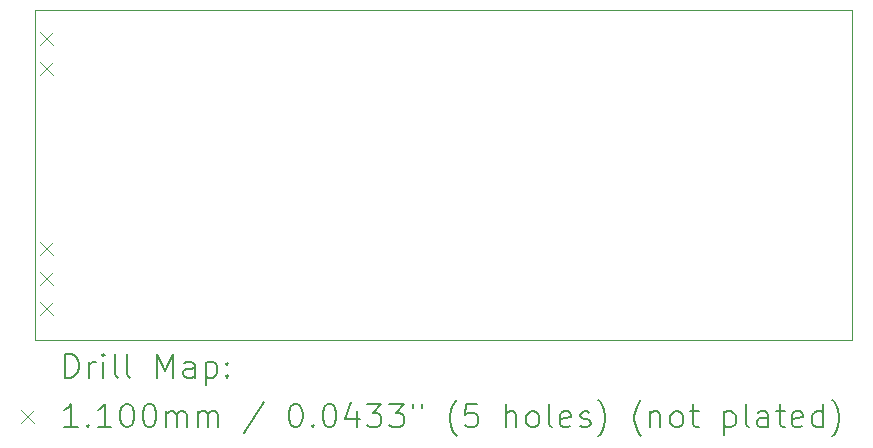
<source format=gbr>
%TF.GenerationSoftware,KiCad,Pcbnew,8.0.2-1*%
%TF.CreationDate,2025-02-23T00:33:40-05:00*%
%TF.ProjectId,RGB Clock Controller,52474220-436c-46f6-936b-20436f6e7472,rev?*%
%TF.SameCoordinates,Original*%
%TF.FileFunction,Drillmap*%
%TF.FilePolarity,Positive*%
%FSLAX45Y45*%
G04 Gerber Fmt 4.5, Leading zero omitted, Abs format (unit mm)*
G04 Created by KiCad (PCBNEW 8.0.2-1) date 2025-02-23 00:33:40*
%MOMM*%
%LPD*%
G01*
G04 APERTURE LIST*
%ADD10C,0.050000*%
%ADD11C,0.200000*%
%ADD12C,0.110000*%
G04 APERTURE END LIST*
D10*
X5842000Y-5651500D02*
X12763500Y-5651500D01*
X12763500Y-8445500D01*
X5842000Y-8445500D01*
X5842000Y-5651500D01*
D11*
D12*
X5888600Y-5837800D02*
X5998600Y-5947800D01*
X5998600Y-5837800D02*
X5888600Y-5947800D01*
X5888600Y-6091800D02*
X5998600Y-6201800D01*
X5998600Y-6091800D02*
X5888600Y-6201800D01*
X5888600Y-7615800D02*
X5998600Y-7725800D01*
X5998600Y-7615800D02*
X5888600Y-7725800D01*
X5888600Y-7869800D02*
X5998600Y-7979800D01*
X5998600Y-7869800D02*
X5888600Y-7979800D01*
X5888600Y-8123800D02*
X5998600Y-8233800D01*
X5998600Y-8123800D02*
X5888600Y-8233800D01*
D11*
X6100277Y-8759484D02*
X6100277Y-8559484D01*
X6100277Y-8559484D02*
X6147896Y-8559484D01*
X6147896Y-8559484D02*
X6176467Y-8569008D01*
X6176467Y-8569008D02*
X6195515Y-8588055D01*
X6195515Y-8588055D02*
X6205039Y-8607103D01*
X6205039Y-8607103D02*
X6214562Y-8645198D01*
X6214562Y-8645198D02*
X6214562Y-8673770D01*
X6214562Y-8673770D02*
X6205039Y-8711865D01*
X6205039Y-8711865D02*
X6195515Y-8730912D01*
X6195515Y-8730912D02*
X6176467Y-8749960D01*
X6176467Y-8749960D02*
X6147896Y-8759484D01*
X6147896Y-8759484D02*
X6100277Y-8759484D01*
X6300277Y-8759484D02*
X6300277Y-8626150D01*
X6300277Y-8664246D02*
X6309801Y-8645198D01*
X6309801Y-8645198D02*
X6319324Y-8635674D01*
X6319324Y-8635674D02*
X6338372Y-8626150D01*
X6338372Y-8626150D02*
X6357420Y-8626150D01*
X6424086Y-8759484D02*
X6424086Y-8626150D01*
X6424086Y-8559484D02*
X6414562Y-8569008D01*
X6414562Y-8569008D02*
X6424086Y-8578531D01*
X6424086Y-8578531D02*
X6433610Y-8569008D01*
X6433610Y-8569008D02*
X6424086Y-8559484D01*
X6424086Y-8559484D02*
X6424086Y-8578531D01*
X6547896Y-8759484D02*
X6528848Y-8749960D01*
X6528848Y-8749960D02*
X6519324Y-8730912D01*
X6519324Y-8730912D02*
X6519324Y-8559484D01*
X6652658Y-8759484D02*
X6633610Y-8749960D01*
X6633610Y-8749960D02*
X6624086Y-8730912D01*
X6624086Y-8730912D02*
X6624086Y-8559484D01*
X6881229Y-8759484D02*
X6881229Y-8559484D01*
X6881229Y-8559484D02*
X6947896Y-8702341D01*
X6947896Y-8702341D02*
X7014562Y-8559484D01*
X7014562Y-8559484D02*
X7014562Y-8759484D01*
X7195515Y-8759484D02*
X7195515Y-8654722D01*
X7195515Y-8654722D02*
X7185991Y-8635674D01*
X7185991Y-8635674D02*
X7166943Y-8626150D01*
X7166943Y-8626150D02*
X7128848Y-8626150D01*
X7128848Y-8626150D02*
X7109801Y-8635674D01*
X7195515Y-8749960D02*
X7176467Y-8759484D01*
X7176467Y-8759484D02*
X7128848Y-8759484D01*
X7128848Y-8759484D02*
X7109801Y-8749960D01*
X7109801Y-8749960D02*
X7100277Y-8730912D01*
X7100277Y-8730912D02*
X7100277Y-8711865D01*
X7100277Y-8711865D02*
X7109801Y-8692817D01*
X7109801Y-8692817D02*
X7128848Y-8683293D01*
X7128848Y-8683293D02*
X7176467Y-8683293D01*
X7176467Y-8683293D02*
X7195515Y-8673770D01*
X7290753Y-8626150D02*
X7290753Y-8826150D01*
X7290753Y-8635674D02*
X7309801Y-8626150D01*
X7309801Y-8626150D02*
X7347896Y-8626150D01*
X7347896Y-8626150D02*
X7366943Y-8635674D01*
X7366943Y-8635674D02*
X7376467Y-8645198D01*
X7376467Y-8645198D02*
X7385991Y-8664246D01*
X7385991Y-8664246D02*
X7385991Y-8721389D01*
X7385991Y-8721389D02*
X7376467Y-8740436D01*
X7376467Y-8740436D02*
X7366943Y-8749960D01*
X7366943Y-8749960D02*
X7347896Y-8759484D01*
X7347896Y-8759484D02*
X7309801Y-8759484D01*
X7309801Y-8759484D02*
X7290753Y-8749960D01*
X7471705Y-8740436D02*
X7481229Y-8749960D01*
X7481229Y-8749960D02*
X7471705Y-8759484D01*
X7471705Y-8759484D02*
X7462182Y-8749960D01*
X7462182Y-8749960D02*
X7471705Y-8740436D01*
X7471705Y-8740436D02*
X7471705Y-8759484D01*
X7471705Y-8635674D02*
X7481229Y-8645198D01*
X7481229Y-8645198D02*
X7471705Y-8654722D01*
X7471705Y-8654722D02*
X7462182Y-8645198D01*
X7462182Y-8645198D02*
X7471705Y-8635674D01*
X7471705Y-8635674D02*
X7471705Y-8654722D01*
D12*
X5729500Y-9033000D02*
X5839500Y-9143000D01*
X5839500Y-9033000D02*
X5729500Y-9143000D01*
D11*
X6205039Y-9179484D02*
X6090753Y-9179484D01*
X6147896Y-9179484D02*
X6147896Y-8979484D01*
X6147896Y-8979484D02*
X6128848Y-9008055D01*
X6128848Y-9008055D02*
X6109801Y-9027103D01*
X6109801Y-9027103D02*
X6090753Y-9036627D01*
X6290753Y-9160436D02*
X6300277Y-9169960D01*
X6300277Y-9169960D02*
X6290753Y-9179484D01*
X6290753Y-9179484D02*
X6281229Y-9169960D01*
X6281229Y-9169960D02*
X6290753Y-9160436D01*
X6290753Y-9160436D02*
X6290753Y-9179484D01*
X6490753Y-9179484D02*
X6376467Y-9179484D01*
X6433610Y-9179484D02*
X6433610Y-8979484D01*
X6433610Y-8979484D02*
X6414562Y-9008055D01*
X6414562Y-9008055D02*
X6395515Y-9027103D01*
X6395515Y-9027103D02*
X6376467Y-9036627D01*
X6614562Y-8979484D02*
X6633610Y-8979484D01*
X6633610Y-8979484D02*
X6652658Y-8989008D01*
X6652658Y-8989008D02*
X6662182Y-8998531D01*
X6662182Y-8998531D02*
X6671705Y-9017579D01*
X6671705Y-9017579D02*
X6681229Y-9055674D01*
X6681229Y-9055674D02*
X6681229Y-9103293D01*
X6681229Y-9103293D02*
X6671705Y-9141389D01*
X6671705Y-9141389D02*
X6662182Y-9160436D01*
X6662182Y-9160436D02*
X6652658Y-9169960D01*
X6652658Y-9169960D02*
X6633610Y-9179484D01*
X6633610Y-9179484D02*
X6614562Y-9179484D01*
X6614562Y-9179484D02*
X6595515Y-9169960D01*
X6595515Y-9169960D02*
X6585991Y-9160436D01*
X6585991Y-9160436D02*
X6576467Y-9141389D01*
X6576467Y-9141389D02*
X6566943Y-9103293D01*
X6566943Y-9103293D02*
X6566943Y-9055674D01*
X6566943Y-9055674D02*
X6576467Y-9017579D01*
X6576467Y-9017579D02*
X6585991Y-8998531D01*
X6585991Y-8998531D02*
X6595515Y-8989008D01*
X6595515Y-8989008D02*
X6614562Y-8979484D01*
X6805039Y-8979484D02*
X6824086Y-8979484D01*
X6824086Y-8979484D02*
X6843134Y-8989008D01*
X6843134Y-8989008D02*
X6852658Y-8998531D01*
X6852658Y-8998531D02*
X6862182Y-9017579D01*
X6862182Y-9017579D02*
X6871705Y-9055674D01*
X6871705Y-9055674D02*
X6871705Y-9103293D01*
X6871705Y-9103293D02*
X6862182Y-9141389D01*
X6862182Y-9141389D02*
X6852658Y-9160436D01*
X6852658Y-9160436D02*
X6843134Y-9169960D01*
X6843134Y-9169960D02*
X6824086Y-9179484D01*
X6824086Y-9179484D02*
X6805039Y-9179484D01*
X6805039Y-9179484D02*
X6785991Y-9169960D01*
X6785991Y-9169960D02*
X6776467Y-9160436D01*
X6776467Y-9160436D02*
X6766943Y-9141389D01*
X6766943Y-9141389D02*
X6757420Y-9103293D01*
X6757420Y-9103293D02*
X6757420Y-9055674D01*
X6757420Y-9055674D02*
X6766943Y-9017579D01*
X6766943Y-9017579D02*
X6776467Y-8998531D01*
X6776467Y-8998531D02*
X6785991Y-8989008D01*
X6785991Y-8989008D02*
X6805039Y-8979484D01*
X6957420Y-9179484D02*
X6957420Y-9046150D01*
X6957420Y-9065198D02*
X6966943Y-9055674D01*
X6966943Y-9055674D02*
X6985991Y-9046150D01*
X6985991Y-9046150D02*
X7014563Y-9046150D01*
X7014563Y-9046150D02*
X7033610Y-9055674D01*
X7033610Y-9055674D02*
X7043134Y-9074722D01*
X7043134Y-9074722D02*
X7043134Y-9179484D01*
X7043134Y-9074722D02*
X7052658Y-9055674D01*
X7052658Y-9055674D02*
X7071705Y-9046150D01*
X7071705Y-9046150D02*
X7100277Y-9046150D01*
X7100277Y-9046150D02*
X7119324Y-9055674D01*
X7119324Y-9055674D02*
X7128848Y-9074722D01*
X7128848Y-9074722D02*
X7128848Y-9179484D01*
X7224086Y-9179484D02*
X7224086Y-9046150D01*
X7224086Y-9065198D02*
X7233610Y-9055674D01*
X7233610Y-9055674D02*
X7252658Y-9046150D01*
X7252658Y-9046150D02*
X7281229Y-9046150D01*
X7281229Y-9046150D02*
X7300277Y-9055674D01*
X7300277Y-9055674D02*
X7309801Y-9074722D01*
X7309801Y-9074722D02*
X7309801Y-9179484D01*
X7309801Y-9074722D02*
X7319324Y-9055674D01*
X7319324Y-9055674D02*
X7338372Y-9046150D01*
X7338372Y-9046150D02*
X7366943Y-9046150D01*
X7366943Y-9046150D02*
X7385991Y-9055674D01*
X7385991Y-9055674D02*
X7395515Y-9074722D01*
X7395515Y-9074722D02*
X7395515Y-9179484D01*
X7785991Y-8969960D02*
X7614563Y-9227103D01*
X8043134Y-8979484D02*
X8062182Y-8979484D01*
X8062182Y-8979484D02*
X8081229Y-8989008D01*
X8081229Y-8989008D02*
X8090753Y-8998531D01*
X8090753Y-8998531D02*
X8100277Y-9017579D01*
X8100277Y-9017579D02*
X8109801Y-9055674D01*
X8109801Y-9055674D02*
X8109801Y-9103293D01*
X8109801Y-9103293D02*
X8100277Y-9141389D01*
X8100277Y-9141389D02*
X8090753Y-9160436D01*
X8090753Y-9160436D02*
X8081229Y-9169960D01*
X8081229Y-9169960D02*
X8062182Y-9179484D01*
X8062182Y-9179484D02*
X8043134Y-9179484D01*
X8043134Y-9179484D02*
X8024086Y-9169960D01*
X8024086Y-9169960D02*
X8014563Y-9160436D01*
X8014563Y-9160436D02*
X8005039Y-9141389D01*
X8005039Y-9141389D02*
X7995515Y-9103293D01*
X7995515Y-9103293D02*
X7995515Y-9055674D01*
X7995515Y-9055674D02*
X8005039Y-9017579D01*
X8005039Y-9017579D02*
X8014563Y-8998531D01*
X8014563Y-8998531D02*
X8024086Y-8989008D01*
X8024086Y-8989008D02*
X8043134Y-8979484D01*
X8195515Y-9160436D02*
X8205039Y-9169960D01*
X8205039Y-9169960D02*
X8195515Y-9179484D01*
X8195515Y-9179484D02*
X8185991Y-9169960D01*
X8185991Y-9169960D02*
X8195515Y-9160436D01*
X8195515Y-9160436D02*
X8195515Y-9179484D01*
X8328848Y-8979484D02*
X8347896Y-8979484D01*
X8347896Y-8979484D02*
X8366944Y-8989008D01*
X8366944Y-8989008D02*
X8376467Y-8998531D01*
X8376467Y-8998531D02*
X8385991Y-9017579D01*
X8385991Y-9017579D02*
X8395515Y-9055674D01*
X8395515Y-9055674D02*
X8395515Y-9103293D01*
X8395515Y-9103293D02*
X8385991Y-9141389D01*
X8385991Y-9141389D02*
X8376467Y-9160436D01*
X8376467Y-9160436D02*
X8366944Y-9169960D01*
X8366944Y-9169960D02*
X8347896Y-9179484D01*
X8347896Y-9179484D02*
X8328848Y-9179484D01*
X8328848Y-9179484D02*
X8309801Y-9169960D01*
X8309801Y-9169960D02*
X8300277Y-9160436D01*
X8300277Y-9160436D02*
X8290753Y-9141389D01*
X8290753Y-9141389D02*
X8281229Y-9103293D01*
X8281229Y-9103293D02*
X8281229Y-9055674D01*
X8281229Y-9055674D02*
X8290753Y-9017579D01*
X8290753Y-9017579D02*
X8300277Y-8998531D01*
X8300277Y-8998531D02*
X8309801Y-8989008D01*
X8309801Y-8989008D02*
X8328848Y-8979484D01*
X8566944Y-9046150D02*
X8566944Y-9179484D01*
X8519325Y-8969960D02*
X8471706Y-9112817D01*
X8471706Y-9112817D02*
X8595515Y-9112817D01*
X8652658Y-8979484D02*
X8776468Y-8979484D01*
X8776468Y-8979484D02*
X8709801Y-9055674D01*
X8709801Y-9055674D02*
X8738372Y-9055674D01*
X8738372Y-9055674D02*
X8757420Y-9065198D01*
X8757420Y-9065198D02*
X8766944Y-9074722D01*
X8766944Y-9074722D02*
X8776468Y-9093770D01*
X8776468Y-9093770D02*
X8776468Y-9141389D01*
X8776468Y-9141389D02*
X8766944Y-9160436D01*
X8766944Y-9160436D02*
X8757420Y-9169960D01*
X8757420Y-9169960D02*
X8738372Y-9179484D01*
X8738372Y-9179484D02*
X8681229Y-9179484D01*
X8681229Y-9179484D02*
X8662182Y-9169960D01*
X8662182Y-9169960D02*
X8652658Y-9160436D01*
X8843134Y-8979484D02*
X8966944Y-8979484D01*
X8966944Y-8979484D02*
X8900277Y-9055674D01*
X8900277Y-9055674D02*
X8928849Y-9055674D01*
X8928849Y-9055674D02*
X8947896Y-9065198D01*
X8947896Y-9065198D02*
X8957420Y-9074722D01*
X8957420Y-9074722D02*
X8966944Y-9093770D01*
X8966944Y-9093770D02*
X8966944Y-9141389D01*
X8966944Y-9141389D02*
X8957420Y-9160436D01*
X8957420Y-9160436D02*
X8947896Y-9169960D01*
X8947896Y-9169960D02*
X8928849Y-9179484D01*
X8928849Y-9179484D02*
X8871706Y-9179484D01*
X8871706Y-9179484D02*
X8852658Y-9169960D01*
X8852658Y-9169960D02*
X8843134Y-9160436D01*
X9043134Y-8979484D02*
X9043134Y-9017579D01*
X9119325Y-8979484D02*
X9119325Y-9017579D01*
X9414563Y-9255674D02*
X9405039Y-9246150D01*
X9405039Y-9246150D02*
X9385991Y-9217579D01*
X9385991Y-9217579D02*
X9376468Y-9198531D01*
X9376468Y-9198531D02*
X9366944Y-9169960D01*
X9366944Y-9169960D02*
X9357420Y-9122341D01*
X9357420Y-9122341D02*
X9357420Y-9084246D01*
X9357420Y-9084246D02*
X9366944Y-9036627D01*
X9366944Y-9036627D02*
X9376468Y-9008055D01*
X9376468Y-9008055D02*
X9385991Y-8989008D01*
X9385991Y-8989008D02*
X9405039Y-8960436D01*
X9405039Y-8960436D02*
X9414563Y-8950912D01*
X9585991Y-8979484D02*
X9490753Y-8979484D01*
X9490753Y-8979484D02*
X9481230Y-9074722D01*
X9481230Y-9074722D02*
X9490753Y-9065198D01*
X9490753Y-9065198D02*
X9509801Y-9055674D01*
X9509801Y-9055674D02*
X9557420Y-9055674D01*
X9557420Y-9055674D02*
X9576468Y-9065198D01*
X9576468Y-9065198D02*
X9585991Y-9074722D01*
X9585991Y-9074722D02*
X9595515Y-9093770D01*
X9595515Y-9093770D02*
X9595515Y-9141389D01*
X9595515Y-9141389D02*
X9585991Y-9160436D01*
X9585991Y-9160436D02*
X9576468Y-9169960D01*
X9576468Y-9169960D02*
X9557420Y-9179484D01*
X9557420Y-9179484D02*
X9509801Y-9179484D01*
X9509801Y-9179484D02*
X9490753Y-9169960D01*
X9490753Y-9169960D02*
X9481230Y-9160436D01*
X9833611Y-9179484D02*
X9833611Y-8979484D01*
X9919325Y-9179484D02*
X9919325Y-9074722D01*
X9919325Y-9074722D02*
X9909801Y-9055674D01*
X9909801Y-9055674D02*
X9890753Y-9046150D01*
X9890753Y-9046150D02*
X9862182Y-9046150D01*
X9862182Y-9046150D02*
X9843134Y-9055674D01*
X9843134Y-9055674D02*
X9833611Y-9065198D01*
X10043134Y-9179484D02*
X10024087Y-9169960D01*
X10024087Y-9169960D02*
X10014563Y-9160436D01*
X10014563Y-9160436D02*
X10005039Y-9141389D01*
X10005039Y-9141389D02*
X10005039Y-9084246D01*
X10005039Y-9084246D02*
X10014563Y-9065198D01*
X10014563Y-9065198D02*
X10024087Y-9055674D01*
X10024087Y-9055674D02*
X10043134Y-9046150D01*
X10043134Y-9046150D02*
X10071706Y-9046150D01*
X10071706Y-9046150D02*
X10090753Y-9055674D01*
X10090753Y-9055674D02*
X10100277Y-9065198D01*
X10100277Y-9065198D02*
X10109801Y-9084246D01*
X10109801Y-9084246D02*
X10109801Y-9141389D01*
X10109801Y-9141389D02*
X10100277Y-9160436D01*
X10100277Y-9160436D02*
X10090753Y-9169960D01*
X10090753Y-9169960D02*
X10071706Y-9179484D01*
X10071706Y-9179484D02*
X10043134Y-9179484D01*
X10224087Y-9179484D02*
X10205039Y-9169960D01*
X10205039Y-9169960D02*
X10195515Y-9150912D01*
X10195515Y-9150912D02*
X10195515Y-8979484D01*
X10376468Y-9169960D02*
X10357420Y-9179484D01*
X10357420Y-9179484D02*
X10319325Y-9179484D01*
X10319325Y-9179484D02*
X10300277Y-9169960D01*
X10300277Y-9169960D02*
X10290753Y-9150912D01*
X10290753Y-9150912D02*
X10290753Y-9074722D01*
X10290753Y-9074722D02*
X10300277Y-9055674D01*
X10300277Y-9055674D02*
X10319325Y-9046150D01*
X10319325Y-9046150D02*
X10357420Y-9046150D01*
X10357420Y-9046150D02*
X10376468Y-9055674D01*
X10376468Y-9055674D02*
X10385992Y-9074722D01*
X10385992Y-9074722D02*
X10385992Y-9093770D01*
X10385992Y-9093770D02*
X10290753Y-9112817D01*
X10462182Y-9169960D02*
X10481230Y-9179484D01*
X10481230Y-9179484D02*
X10519325Y-9179484D01*
X10519325Y-9179484D02*
X10538373Y-9169960D01*
X10538373Y-9169960D02*
X10547896Y-9150912D01*
X10547896Y-9150912D02*
X10547896Y-9141389D01*
X10547896Y-9141389D02*
X10538373Y-9122341D01*
X10538373Y-9122341D02*
X10519325Y-9112817D01*
X10519325Y-9112817D02*
X10490753Y-9112817D01*
X10490753Y-9112817D02*
X10471706Y-9103293D01*
X10471706Y-9103293D02*
X10462182Y-9084246D01*
X10462182Y-9084246D02*
X10462182Y-9074722D01*
X10462182Y-9074722D02*
X10471706Y-9055674D01*
X10471706Y-9055674D02*
X10490753Y-9046150D01*
X10490753Y-9046150D02*
X10519325Y-9046150D01*
X10519325Y-9046150D02*
X10538373Y-9055674D01*
X10614563Y-9255674D02*
X10624087Y-9246150D01*
X10624087Y-9246150D02*
X10643134Y-9217579D01*
X10643134Y-9217579D02*
X10652658Y-9198531D01*
X10652658Y-9198531D02*
X10662182Y-9169960D01*
X10662182Y-9169960D02*
X10671706Y-9122341D01*
X10671706Y-9122341D02*
X10671706Y-9084246D01*
X10671706Y-9084246D02*
X10662182Y-9036627D01*
X10662182Y-9036627D02*
X10652658Y-9008055D01*
X10652658Y-9008055D02*
X10643134Y-8989008D01*
X10643134Y-8989008D02*
X10624087Y-8960436D01*
X10624087Y-8960436D02*
X10614563Y-8950912D01*
X10976468Y-9255674D02*
X10966944Y-9246150D01*
X10966944Y-9246150D02*
X10947896Y-9217579D01*
X10947896Y-9217579D02*
X10938373Y-9198531D01*
X10938373Y-9198531D02*
X10928849Y-9169960D01*
X10928849Y-9169960D02*
X10919325Y-9122341D01*
X10919325Y-9122341D02*
X10919325Y-9084246D01*
X10919325Y-9084246D02*
X10928849Y-9036627D01*
X10928849Y-9036627D02*
X10938373Y-9008055D01*
X10938373Y-9008055D02*
X10947896Y-8989008D01*
X10947896Y-8989008D02*
X10966944Y-8960436D01*
X10966944Y-8960436D02*
X10976468Y-8950912D01*
X11052658Y-9046150D02*
X11052658Y-9179484D01*
X11052658Y-9065198D02*
X11062182Y-9055674D01*
X11062182Y-9055674D02*
X11081230Y-9046150D01*
X11081230Y-9046150D02*
X11109801Y-9046150D01*
X11109801Y-9046150D02*
X11128849Y-9055674D01*
X11128849Y-9055674D02*
X11138373Y-9074722D01*
X11138373Y-9074722D02*
X11138373Y-9179484D01*
X11262182Y-9179484D02*
X11243134Y-9169960D01*
X11243134Y-9169960D02*
X11233611Y-9160436D01*
X11233611Y-9160436D02*
X11224087Y-9141389D01*
X11224087Y-9141389D02*
X11224087Y-9084246D01*
X11224087Y-9084246D02*
X11233611Y-9065198D01*
X11233611Y-9065198D02*
X11243134Y-9055674D01*
X11243134Y-9055674D02*
X11262182Y-9046150D01*
X11262182Y-9046150D02*
X11290753Y-9046150D01*
X11290753Y-9046150D02*
X11309801Y-9055674D01*
X11309801Y-9055674D02*
X11319325Y-9065198D01*
X11319325Y-9065198D02*
X11328849Y-9084246D01*
X11328849Y-9084246D02*
X11328849Y-9141389D01*
X11328849Y-9141389D02*
X11319325Y-9160436D01*
X11319325Y-9160436D02*
X11309801Y-9169960D01*
X11309801Y-9169960D02*
X11290753Y-9179484D01*
X11290753Y-9179484D02*
X11262182Y-9179484D01*
X11385992Y-9046150D02*
X11462182Y-9046150D01*
X11414563Y-8979484D02*
X11414563Y-9150912D01*
X11414563Y-9150912D02*
X11424087Y-9169960D01*
X11424087Y-9169960D02*
X11443134Y-9179484D01*
X11443134Y-9179484D02*
X11462182Y-9179484D01*
X11681230Y-9046150D02*
X11681230Y-9246150D01*
X11681230Y-9055674D02*
X11700277Y-9046150D01*
X11700277Y-9046150D02*
X11738373Y-9046150D01*
X11738373Y-9046150D02*
X11757420Y-9055674D01*
X11757420Y-9055674D02*
X11766944Y-9065198D01*
X11766944Y-9065198D02*
X11776468Y-9084246D01*
X11776468Y-9084246D02*
X11776468Y-9141389D01*
X11776468Y-9141389D02*
X11766944Y-9160436D01*
X11766944Y-9160436D02*
X11757420Y-9169960D01*
X11757420Y-9169960D02*
X11738373Y-9179484D01*
X11738373Y-9179484D02*
X11700277Y-9179484D01*
X11700277Y-9179484D02*
X11681230Y-9169960D01*
X11890753Y-9179484D02*
X11871706Y-9169960D01*
X11871706Y-9169960D02*
X11862182Y-9150912D01*
X11862182Y-9150912D02*
X11862182Y-8979484D01*
X12052658Y-9179484D02*
X12052658Y-9074722D01*
X12052658Y-9074722D02*
X12043134Y-9055674D01*
X12043134Y-9055674D02*
X12024087Y-9046150D01*
X12024087Y-9046150D02*
X11985992Y-9046150D01*
X11985992Y-9046150D02*
X11966944Y-9055674D01*
X12052658Y-9169960D02*
X12033611Y-9179484D01*
X12033611Y-9179484D02*
X11985992Y-9179484D01*
X11985992Y-9179484D02*
X11966944Y-9169960D01*
X11966944Y-9169960D02*
X11957420Y-9150912D01*
X11957420Y-9150912D02*
X11957420Y-9131865D01*
X11957420Y-9131865D02*
X11966944Y-9112817D01*
X11966944Y-9112817D02*
X11985992Y-9103293D01*
X11985992Y-9103293D02*
X12033611Y-9103293D01*
X12033611Y-9103293D02*
X12052658Y-9093770D01*
X12119325Y-9046150D02*
X12195515Y-9046150D01*
X12147896Y-8979484D02*
X12147896Y-9150912D01*
X12147896Y-9150912D02*
X12157420Y-9169960D01*
X12157420Y-9169960D02*
X12176468Y-9179484D01*
X12176468Y-9179484D02*
X12195515Y-9179484D01*
X12338373Y-9169960D02*
X12319325Y-9179484D01*
X12319325Y-9179484D02*
X12281230Y-9179484D01*
X12281230Y-9179484D02*
X12262182Y-9169960D01*
X12262182Y-9169960D02*
X12252658Y-9150912D01*
X12252658Y-9150912D02*
X12252658Y-9074722D01*
X12252658Y-9074722D02*
X12262182Y-9055674D01*
X12262182Y-9055674D02*
X12281230Y-9046150D01*
X12281230Y-9046150D02*
X12319325Y-9046150D01*
X12319325Y-9046150D02*
X12338373Y-9055674D01*
X12338373Y-9055674D02*
X12347896Y-9074722D01*
X12347896Y-9074722D02*
X12347896Y-9093770D01*
X12347896Y-9093770D02*
X12252658Y-9112817D01*
X12519325Y-9179484D02*
X12519325Y-8979484D01*
X12519325Y-9169960D02*
X12500277Y-9179484D01*
X12500277Y-9179484D02*
X12462182Y-9179484D01*
X12462182Y-9179484D02*
X12443134Y-9169960D01*
X12443134Y-9169960D02*
X12433611Y-9160436D01*
X12433611Y-9160436D02*
X12424087Y-9141389D01*
X12424087Y-9141389D02*
X12424087Y-9084246D01*
X12424087Y-9084246D02*
X12433611Y-9065198D01*
X12433611Y-9065198D02*
X12443134Y-9055674D01*
X12443134Y-9055674D02*
X12462182Y-9046150D01*
X12462182Y-9046150D02*
X12500277Y-9046150D01*
X12500277Y-9046150D02*
X12519325Y-9055674D01*
X12595515Y-9255674D02*
X12605039Y-9246150D01*
X12605039Y-9246150D02*
X12624087Y-9217579D01*
X12624087Y-9217579D02*
X12633611Y-9198531D01*
X12633611Y-9198531D02*
X12643134Y-9169960D01*
X12643134Y-9169960D02*
X12652658Y-9122341D01*
X12652658Y-9122341D02*
X12652658Y-9084246D01*
X12652658Y-9084246D02*
X12643134Y-9036627D01*
X12643134Y-9036627D02*
X12633611Y-9008055D01*
X12633611Y-9008055D02*
X12624087Y-8989008D01*
X12624087Y-8989008D02*
X12605039Y-8960436D01*
X12605039Y-8960436D02*
X12595515Y-8950912D01*
M02*

</source>
